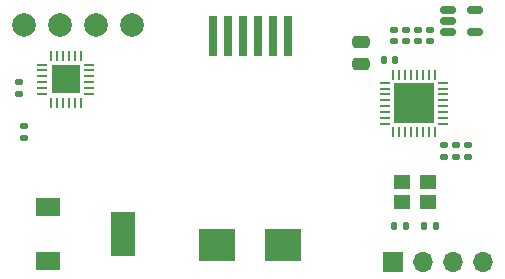
<source format=gbs>
%TF.GenerationSoftware,KiCad,Pcbnew,6.0.5-a6ca702e91~116~ubuntu21.10.1*%
%TF.CreationDate,2022-05-27T18:53:49+10:00*%
%TF.ProjectId,FlarmDisplay,466c6172-6d44-4697-9370-6c61792e6b69,rev?*%
%TF.SameCoordinates,Original*%
%TF.FileFunction,Soldermask,Bot*%
%TF.FilePolarity,Negative*%
%FSLAX46Y46*%
G04 Gerber Fmt 4.6, Leading zero omitted, Abs format (unit mm)*
G04 Created by KiCad (PCBNEW 6.0.5-a6ca702e91~116~ubuntu21.10.1) date 2022-05-27 18:53:49*
%MOMM*%
%LPD*%
G01*
G04 APERTURE LIST*
G04 Aperture macros list*
%AMRoundRect*
0 Rectangle with rounded corners*
0 $1 Rounding radius*
0 $2 $3 $4 $5 $6 $7 $8 $9 X,Y pos of 4 corners*
0 Add a 4 corners polygon primitive as box body*
4,1,4,$2,$3,$4,$5,$6,$7,$8,$9,$2,$3,0*
0 Add four circle primitives for the rounded corners*
1,1,$1+$1,$2,$3*
1,1,$1+$1,$4,$5*
1,1,$1+$1,$6,$7*
1,1,$1+$1,$8,$9*
0 Add four rect primitives between the rounded corners*
20,1,$1+$1,$2,$3,$4,$5,0*
20,1,$1+$1,$4,$5,$6,$7,0*
20,1,$1+$1,$6,$7,$8,$9,0*
20,1,$1+$1,$8,$9,$2,$3,0*%
G04 Aperture macros list end*
%ADD10RoundRect,0.150000X-0.512500X-0.150000X0.512500X-0.150000X0.512500X0.150000X-0.512500X0.150000X0*%
%ADD11R,1.700000X1.700000*%
%ADD12O,1.700000X1.700000*%
%ADD13RoundRect,0.140000X-0.170000X0.140000X-0.170000X-0.140000X0.170000X-0.140000X0.170000X0.140000X0*%
%ADD14RoundRect,0.140000X0.170000X-0.140000X0.170000X0.140000X-0.170000X0.140000X-0.170000X-0.140000X0*%
%ADD15RoundRect,0.140000X0.140000X0.170000X-0.140000X0.170000X-0.140000X-0.170000X0.140000X-0.170000X0*%
%ADD16RoundRect,0.140000X-0.140000X-0.170000X0.140000X-0.170000X0.140000X0.170000X-0.140000X0.170000X0*%
%ADD17RoundRect,0.135000X-0.185000X0.135000X-0.185000X-0.135000X0.185000X-0.135000X0.185000X0.135000X0*%
%ADD18C,2.000000*%
%ADD19R,2.000000X1.500000*%
%ADD20R,2.000000X3.800000*%
%ADD21RoundRect,0.062500X-0.062500X0.325000X-0.062500X-0.325000X0.062500X-0.325000X0.062500X0.325000X0*%
%ADD22RoundRect,0.062500X-0.325000X0.062500X-0.325000X-0.062500X0.325000X-0.062500X0.325000X0.062500X0*%
%ADD23R,2.450000X2.450000*%
%ADD24RoundRect,0.250000X0.475000X-0.250000X0.475000X0.250000X-0.475000X0.250000X-0.475000X-0.250000X0*%
%ADD25RoundRect,0.062500X0.062500X-0.375000X0.062500X0.375000X-0.062500X0.375000X-0.062500X-0.375000X0*%
%ADD26RoundRect,0.062500X0.375000X-0.062500X0.375000X0.062500X-0.375000X0.062500X-0.375000X-0.062500X0*%
%ADD27R,3.450000X3.450000*%
%ADD28R,1.400000X1.200000*%
%ADD29R,0.700000X3.400000*%
%ADD30R,3.150000X2.800000*%
G04 APERTURE END LIST*
D10*
X118115500Y-113599000D03*
X118115500Y-112649000D03*
X118115500Y-111699000D03*
X120390500Y-111699000D03*
X120390500Y-113599000D03*
D11*
X113421000Y-133096000D03*
D12*
X115961000Y-133096000D03*
X118501000Y-133096000D03*
X121041000Y-133096000D03*
D13*
X117739000Y-123190000D03*
X117739000Y-124150000D03*
D14*
X115580000Y-114363500D03*
X115580000Y-113403500D03*
D13*
X118755000Y-123190000D03*
X118755000Y-124150000D03*
X119771000Y-123190000D03*
X119771000Y-124150000D03*
D15*
X113619000Y-115951000D03*
X112659000Y-115951000D03*
D16*
X113548000Y-130048000D03*
X114508000Y-130048000D03*
D13*
X81798000Y-117856000D03*
X81798000Y-118816000D03*
D17*
X82179000Y-121535000D03*
X82179000Y-122555000D03*
D18*
X88275000Y-113030000D03*
X91323000Y-113030000D03*
D19*
X84261000Y-132983000D03*
D20*
X90561000Y-130683000D03*
D19*
X84261000Y-128383000D03*
D14*
X116596000Y-114363500D03*
X116596000Y-113403500D03*
X113548000Y-113411000D03*
X113548000Y-114371000D03*
D21*
X84485000Y-115614500D03*
X84985000Y-115614500D03*
X85485000Y-115614500D03*
X85985000Y-115614500D03*
X86485000Y-115614500D03*
X86985000Y-115614500D03*
D22*
X87722500Y-116352000D03*
X87722500Y-116852000D03*
X87722500Y-117352000D03*
X87722500Y-117852000D03*
X87722500Y-118352000D03*
X87722500Y-118852000D03*
D21*
X86985000Y-119589500D03*
X86485000Y-119589500D03*
X85985000Y-119589500D03*
X85485000Y-119589500D03*
X84985000Y-119589500D03*
X84485000Y-119589500D03*
D22*
X83747500Y-118852000D03*
X83747500Y-118352000D03*
X83747500Y-117852000D03*
X83747500Y-117352000D03*
X83747500Y-116852000D03*
X83747500Y-116352000D03*
D23*
X85735000Y-117602000D03*
D24*
X110754000Y-116332000D03*
X110754000Y-114432000D03*
D14*
X114564000Y-114371000D03*
X114564000Y-113411000D03*
D18*
X82179000Y-113030000D03*
D25*
X116949000Y-122071500D03*
X116449000Y-122071500D03*
X115949000Y-122071500D03*
X115449000Y-122071500D03*
X114949000Y-122071500D03*
X114449000Y-122071500D03*
X113949000Y-122071500D03*
X113449000Y-122071500D03*
D26*
X112761500Y-121384000D03*
X112761500Y-120884000D03*
X112761500Y-120384000D03*
X112761500Y-119884000D03*
X112761500Y-119384000D03*
X112761500Y-118884000D03*
X112761500Y-118384000D03*
X112761500Y-117884000D03*
D25*
X113449000Y-117196500D03*
X113949000Y-117196500D03*
X114449000Y-117196500D03*
X114949000Y-117196500D03*
X115449000Y-117196500D03*
X115949000Y-117196500D03*
X116449000Y-117196500D03*
X116949000Y-117196500D03*
D26*
X117636500Y-117884000D03*
X117636500Y-118384000D03*
X117636500Y-118884000D03*
X117636500Y-119384000D03*
X117636500Y-119884000D03*
X117636500Y-120384000D03*
X117636500Y-120884000D03*
X117636500Y-121384000D03*
D27*
X115199000Y-119634000D03*
D16*
X116088000Y-130048000D03*
X117048000Y-130048000D03*
D18*
X85227000Y-113030000D03*
D28*
X114183000Y-126316000D03*
X116383000Y-128016000D03*
X116383000Y-126316000D03*
X114183000Y-128016000D03*
D29*
X104531000Y-113919000D03*
X103261000Y-113919000D03*
X101991000Y-113919000D03*
D30*
X104141000Y-131619000D03*
D29*
X100721000Y-113919000D03*
D30*
X98541000Y-131619000D03*
D29*
X99451000Y-113919000D03*
X98181000Y-113919000D03*
M02*

</source>
